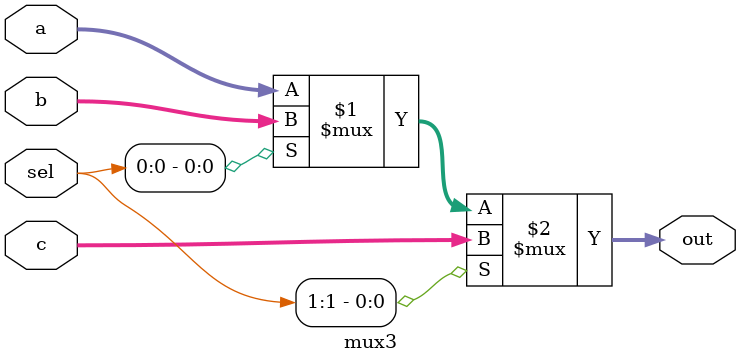
<source format=v>
module mux3
    #(
         parameter WIDTH = 32  // Default width is 32 bit
     )
     (
         input [WIDTH-1:0] a,     // First input
         input [WIDTH-1:0] b,     // Second input
         input [WIDTH-1:0] c,     // Third input
         input [1:0] sel,        // Select line: 00 selects a, 01 selects b, 10 selects c
         output [WIDTH-1:0] out   // Output
     );

    // Multiplexer logic using ternary operator
    assign out = sel[1] ? c :
           (sel[0] ? b : a);

endmodule

</source>
